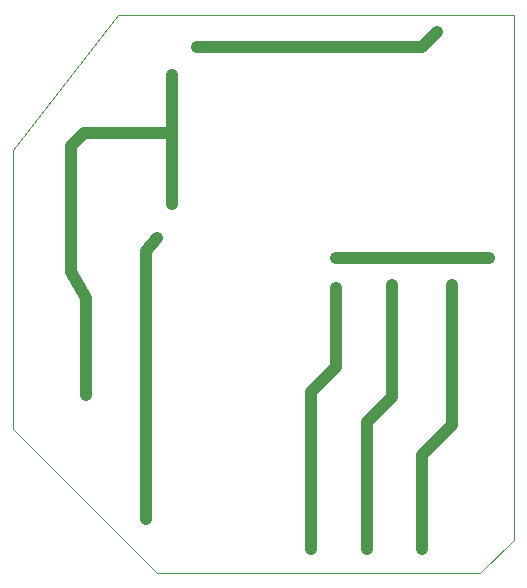
<source format=gbr>
%FSLAX32Y32*%
%MOMM*%
%LNKONTUR*%
G71*
G01*
%ADD10C, 0.10*%
%ADD11C, 1.00*%
%LPD*%
G54D10*
X3953Y5571D02*
X3953Y5301D01*
X5175Y4079D01*
X7906Y4079D01*
X8192Y4364D01*
X8192Y8809D01*
X4842Y8809D01*
X3953Y7666D01*
X3953Y5571D01*
G54D11*
X5080Y4539D02*
X5080Y6809D01*
X5175Y6920D01*
G54D11*
X5302Y7206D02*
X5302Y8301D01*
G54D11*
X5509Y8540D02*
X7414Y8540D01*
X7541Y8666D01*
G54D11*
X6953Y4285D02*
X6953Y5364D01*
X7160Y5571D01*
X7160Y6523D01*
G54D11*
X7414Y4285D02*
X7414Y5079D01*
X7668Y5333D01*
X7668Y6523D01*
G54D11*
X6683Y6492D02*
X6683Y5825D01*
X6477Y5618D01*
X6477Y4285D01*
G54D11*
X6683Y6746D02*
X7985Y6746D01*
G54D11*
X4572Y5587D02*
X4572Y6412D01*
X4445Y6634D01*
X4445Y7698D01*
X4556Y7809D01*
X5270Y7809D01*
M02*

</source>
